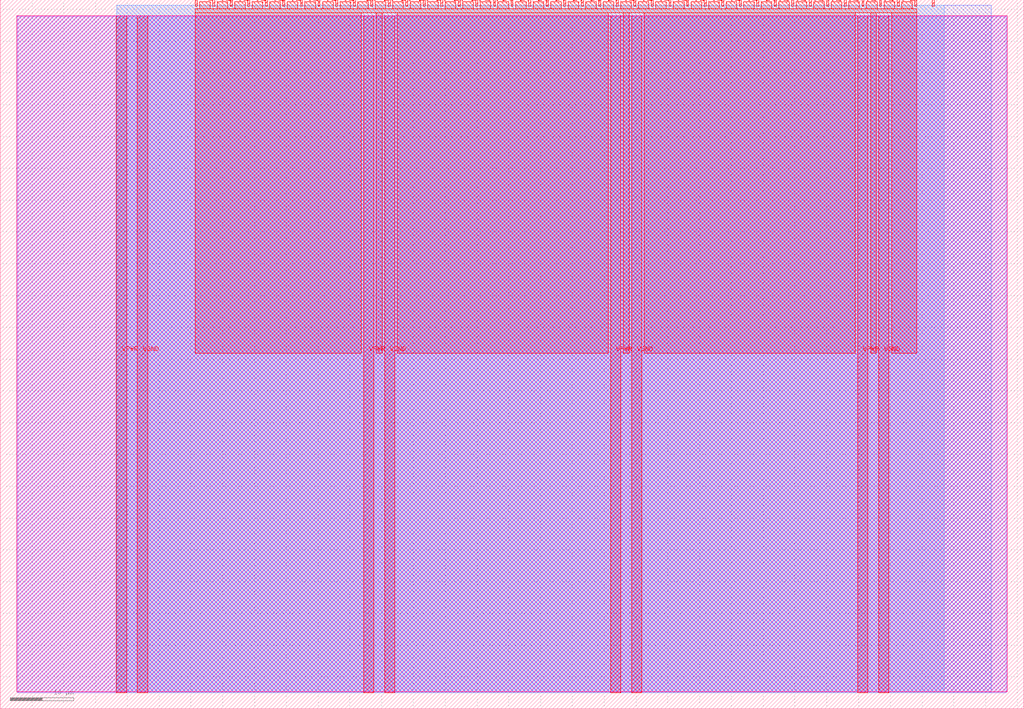
<source format=lef>
VERSION 5.7 ;
  NOWIREEXTENSIONATPIN ON ;
  DIVIDERCHAR "/" ;
  BUSBITCHARS "[]" ;
MACRO tt_um_obriensp_jtag
  CLASS BLOCK ;
  FOREIGN tt_um_obriensp_jtag ;
  ORIGIN 0.000 0.000 ;
  SIZE 161.000 BY 111.520 ;
  PIN VGND
    DIRECTION INOUT ;
    USE GROUND ;
    PORT
      LAYER met4 ;
        RECT 21.580 2.480 23.180 109.040 ;
    END
    PORT
      LAYER met4 ;
        RECT 60.450 2.480 62.050 109.040 ;
    END
    PORT
      LAYER met4 ;
        RECT 99.320 2.480 100.920 109.040 ;
    END
    PORT
      LAYER met4 ;
        RECT 138.190 2.480 139.790 109.040 ;
    END
  END VGND
  PIN VPWR
    DIRECTION INOUT ;
    USE POWER ;
    PORT
      LAYER met4 ;
        RECT 18.280 2.480 19.880 109.040 ;
    END
    PORT
      LAYER met4 ;
        RECT 57.150 2.480 58.750 109.040 ;
    END
    PORT
      LAYER met4 ;
        RECT 96.020 2.480 97.620 109.040 ;
    END
    PORT
      LAYER met4 ;
        RECT 134.890 2.480 136.490 109.040 ;
    END
  END VPWR
  PIN clk
    DIRECTION INPUT ;
    USE SIGNAL ;
    ANTENNAGATEAREA 0.852000 ;
    PORT
      LAYER met4 ;
        RECT 143.830 110.520 144.130 111.520 ;
    END
  END clk
  PIN ena
    DIRECTION INPUT ;
    USE SIGNAL ;
    PORT
      LAYER met4 ;
        RECT 146.590 110.520 146.890 111.520 ;
    END
  END ena
  PIN rst_n
    DIRECTION INPUT ;
    USE SIGNAL ;
    ANTENNAGATEAREA 0.196500 ;
    PORT
      LAYER met4 ;
        RECT 141.070 110.520 141.370 111.520 ;
    END
  END rst_n
  PIN ui_in[0]
    DIRECTION INPUT ;
    USE SIGNAL ;
    ANTENNAGATEAREA 0.196500 ;
    PORT
      LAYER met4 ;
        RECT 138.310 110.520 138.610 111.520 ;
    END
  END ui_in[0]
  PIN ui_in[1]
    DIRECTION INPUT ;
    USE SIGNAL ;
    ANTENNAGATEAREA 0.196500 ;
    PORT
      LAYER met4 ;
        RECT 135.550 110.520 135.850 111.520 ;
    END
  END ui_in[1]
  PIN ui_in[2]
    DIRECTION INPUT ;
    USE SIGNAL ;
    ANTENNAGATEAREA 0.196500 ;
    PORT
      LAYER met4 ;
        RECT 132.790 110.520 133.090 111.520 ;
    END
  END ui_in[2]
  PIN ui_in[3]
    DIRECTION INPUT ;
    USE SIGNAL ;
    ANTENNAGATEAREA 0.196500 ;
    PORT
      LAYER met4 ;
        RECT 130.030 110.520 130.330 111.520 ;
    END
  END ui_in[3]
  PIN ui_in[4]
    DIRECTION INPUT ;
    USE SIGNAL ;
    ANTENNAGATEAREA 0.196500 ;
    PORT
      LAYER met4 ;
        RECT 127.270 110.520 127.570 111.520 ;
    END
  END ui_in[4]
  PIN ui_in[5]
    DIRECTION INPUT ;
    USE SIGNAL ;
    ANTENNAGATEAREA 0.196500 ;
    PORT
      LAYER met4 ;
        RECT 124.510 110.520 124.810 111.520 ;
    END
  END ui_in[5]
  PIN ui_in[6]
    DIRECTION INPUT ;
    USE SIGNAL ;
    ANTENNAGATEAREA 0.196500 ;
    PORT
      LAYER met4 ;
        RECT 121.750 110.520 122.050 111.520 ;
    END
  END ui_in[6]
  PIN ui_in[7]
    DIRECTION INPUT ;
    USE SIGNAL ;
    ANTENNAGATEAREA 0.196500 ;
    PORT
      LAYER met4 ;
        RECT 118.990 110.520 119.290 111.520 ;
    END
  END ui_in[7]
  PIN uio_in[0]
    DIRECTION INPUT ;
    USE SIGNAL ;
    ANTENNAGATEAREA 0.196500 ;
    PORT
      LAYER met4 ;
        RECT 116.230 110.520 116.530 111.520 ;
    END
  END uio_in[0]
  PIN uio_in[1]
    DIRECTION INPUT ;
    USE SIGNAL ;
    ANTENNAGATEAREA 0.196500 ;
    PORT
      LAYER met4 ;
        RECT 113.470 110.520 113.770 111.520 ;
    END
  END uio_in[1]
  PIN uio_in[2]
    DIRECTION INPUT ;
    USE SIGNAL ;
    ANTENNAGATEAREA 0.196500 ;
    PORT
      LAYER met4 ;
        RECT 110.710 110.520 111.010 111.520 ;
    END
  END uio_in[2]
  PIN uio_in[3]
    DIRECTION INPUT ;
    USE SIGNAL ;
    ANTENNAGATEAREA 0.196500 ;
    PORT
      LAYER met4 ;
        RECT 107.950 110.520 108.250 111.520 ;
    END
  END uio_in[3]
  PIN uio_in[4]
    DIRECTION INPUT ;
    USE SIGNAL ;
    ANTENNAGATEAREA 0.852000 ;
    PORT
      LAYER met4 ;
        RECT 105.190 110.520 105.490 111.520 ;
    END
  END uio_in[4]
  PIN uio_in[5]
    DIRECTION INPUT ;
    USE SIGNAL ;
    ANTENNAGATEAREA 0.159000 ;
    PORT
      LAYER met4 ;
        RECT 102.430 110.520 102.730 111.520 ;
    END
  END uio_in[5]
  PIN uio_in[6]
    DIRECTION INPUT ;
    USE SIGNAL ;
    ANTENNAGATEAREA 0.213000 ;
    PORT
      LAYER met4 ;
        RECT 99.670 110.520 99.970 111.520 ;
    END
  END uio_in[6]
  PIN uio_in[7]
    DIRECTION INPUT ;
    USE SIGNAL ;
    PORT
      LAYER met4 ;
        RECT 96.910 110.520 97.210 111.520 ;
    END
  END uio_in[7]
  PIN uio_oe[0]
    DIRECTION OUTPUT ;
    USE SIGNAL ;
    ANTENNADIFFAREA 0.643500 ;
    PORT
      LAYER met4 ;
        RECT 49.990 110.520 50.290 111.520 ;
    END
  END uio_oe[0]
  PIN uio_oe[1]
    DIRECTION OUTPUT ;
    USE SIGNAL ;
    ANTENNADIFFAREA 0.643500 ;
    PORT
      LAYER met4 ;
        RECT 47.230 110.520 47.530 111.520 ;
    END
  END uio_oe[1]
  PIN uio_oe[2]
    DIRECTION OUTPUT ;
    USE SIGNAL ;
    ANTENNADIFFAREA 0.643500 ;
    PORT
      LAYER met4 ;
        RECT 44.470 110.520 44.770 111.520 ;
    END
  END uio_oe[2]
  PIN uio_oe[3]
    DIRECTION OUTPUT ;
    USE SIGNAL ;
    ANTENNADIFFAREA 0.643500 ;
    PORT
      LAYER met4 ;
        RECT 41.710 110.520 42.010 111.520 ;
    END
  END uio_oe[3]
  PIN uio_oe[4]
    DIRECTION OUTPUT ;
    USE SIGNAL ;
    PORT
      LAYER met4 ;
        RECT 38.950 110.520 39.250 111.520 ;
    END
  END uio_oe[4]
  PIN uio_oe[5]
    DIRECTION OUTPUT ;
    USE SIGNAL ;
    PORT
      LAYER met4 ;
        RECT 36.190 110.520 36.490 111.520 ;
    END
  END uio_oe[5]
  PIN uio_oe[6]
    DIRECTION OUTPUT ;
    USE SIGNAL ;
    PORT
      LAYER met4 ;
        RECT 33.430 110.520 33.730 111.520 ;
    END
  END uio_oe[6]
  PIN uio_oe[7]
    DIRECTION OUTPUT ;
    USE SIGNAL ;
    ANTENNADIFFAREA 0.795200 ;
    PORT
      LAYER met4 ;
        RECT 30.670 110.520 30.970 111.520 ;
    END
  END uio_oe[7]
  PIN uio_out[0]
    DIRECTION OUTPUT ;
    USE SIGNAL ;
    ANTENNADIFFAREA 0.643500 ;
    PORT
      LAYER met4 ;
        RECT 72.070 110.520 72.370 111.520 ;
    END
  END uio_out[0]
  PIN uio_out[1]
    DIRECTION OUTPUT ;
    USE SIGNAL ;
    ANTENNADIFFAREA 0.643500 ;
    PORT
      LAYER met4 ;
        RECT 69.310 110.520 69.610 111.520 ;
    END
  END uio_out[1]
  PIN uio_out[2]
    DIRECTION OUTPUT ;
    USE SIGNAL ;
    ANTENNADIFFAREA 0.643500 ;
    PORT
      LAYER met4 ;
        RECT 66.550 110.520 66.850 111.520 ;
    END
  END uio_out[2]
  PIN uio_out[3]
    DIRECTION OUTPUT ;
    USE SIGNAL ;
    ANTENNADIFFAREA 0.643500 ;
    PORT
      LAYER met4 ;
        RECT 63.790 110.520 64.090 111.520 ;
    END
  END uio_out[3]
  PIN uio_out[4]
    DIRECTION OUTPUT ;
    USE SIGNAL ;
    PORT
      LAYER met4 ;
        RECT 61.030 110.520 61.330 111.520 ;
    END
  END uio_out[4]
  PIN uio_out[5]
    DIRECTION OUTPUT ;
    USE SIGNAL ;
    PORT
      LAYER met4 ;
        RECT 58.270 110.520 58.570 111.520 ;
    END
  END uio_out[5]
  PIN uio_out[6]
    DIRECTION OUTPUT ;
    USE SIGNAL ;
    PORT
      LAYER met4 ;
        RECT 55.510 110.520 55.810 111.520 ;
    END
  END uio_out[6]
  PIN uio_out[7]
    DIRECTION OUTPUT ;
    USE SIGNAL ;
    ANTENNADIFFAREA 0.795200 ;
    PORT
      LAYER met4 ;
        RECT 52.750 110.520 53.050 111.520 ;
    END
  END uio_out[7]
  PIN uo_out[0]
    DIRECTION OUTPUT ;
    USE SIGNAL ;
    ANTENNADIFFAREA 0.891000 ;
    PORT
      LAYER met4 ;
        RECT 94.150 110.520 94.450 111.520 ;
    END
  END uo_out[0]
  PIN uo_out[1]
    DIRECTION OUTPUT ;
    USE SIGNAL ;
    ANTENNADIFFAREA 0.891000 ;
    PORT
      LAYER met4 ;
        RECT 91.390 110.520 91.690 111.520 ;
    END
  END uo_out[1]
  PIN uo_out[2]
    DIRECTION OUTPUT ;
    USE SIGNAL ;
    ANTENNADIFFAREA 0.891000 ;
    PORT
      LAYER met4 ;
        RECT 88.630 110.520 88.930 111.520 ;
    END
  END uo_out[2]
  PIN uo_out[3]
    DIRECTION OUTPUT ;
    USE SIGNAL ;
    ANTENNADIFFAREA 0.891000 ;
    PORT
      LAYER met4 ;
        RECT 85.870 110.520 86.170 111.520 ;
    END
  END uo_out[3]
  PIN uo_out[4]
    DIRECTION OUTPUT ;
    USE SIGNAL ;
    ANTENNADIFFAREA 0.891000 ;
    PORT
      LAYER met4 ;
        RECT 83.110 110.520 83.410 111.520 ;
    END
  END uo_out[4]
  PIN uo_out[5]
    DIRECTION OUTPUT ;
    USE SIGNAL ;
    ANTENNADIFFAREA 0.891000 ;
    PORT
      LAYER met4 ;
        RECT 80.350 110.520 80.650 111.520 ;
    END
  END uo_out[5]
  PIN uo_out[6]
    DIRECTION OUTPUT ;
    USE SIGNAL ;
    ANTENNADIFFAREA 0.891000 ;
    PORT
      LAYER met4 ;
        RECT 77.590 110.520 77.890 111.520 ;
    END
  END uo_out[6]
  PIN uo_out[7]
    DIRECTION OUTPUT ;
    USE SIGNAL ;
    ANTENNADIFFAREA 0.643500 ;
    PORT
      LAYER met4 ;
        RECT 74.830 110.520 75.130 111.520 ;
    END
  END uo_out[7]
  OBS
      LAYER nwell ;
        RECT 2.570 2.635 158.430 108.990 ;
      LAYER li1 ;
        RECT 2.760 2.635 158.240 108.885 ;
      LAYER met1 ;
        RECT 2.760 2.480 158.240 109.040 ;
      LAYER met2 ;
        RECT 18.310 2.535 155.840 110.685 ;
      LAYER met3 ;
        RECT 18.290 2.555 148.515 110.665 ;
      LAYER met4 ;
        RECT 31.370 110.120 33.030 111.170 ;
        RECT 34.130 110.120 35.790 111.170 ;
        RECT 36.890 110.120 38.550 111.170 ;
        RECT 39.650 110.120 41.310 111.170 ;
        RECT 42.410 110.120 44.070 111.170 ;
        RECT 45.170 110.120 46.830 111.170 ;
        RECT 47.930 110.120 49.590 111.170 ;
        RECT 50.690 110.120 52.350 111.170 ;
        RECT 53.450 110.120 55.110 111.170 ;
        RECT 56.210 110.120 57.870 111.170 ;
        RECT 58.970 110.120 60.630 111.170 ;
        RECT 61.730 110.120 63.390 111.170 ;
        RECT 64.490 110.120 66.150 111.170 ;
        RECT 67.250 110.120 68.910 111.170 ;
        RECT 70.010 110.120 71.670 111.170 ;
        RECT 72.770 110.120 74.430 111.170 ;
        RECT 75.530 110.120 77.190 111.170 ;
        RECT 78.290 110.120 79.950 111.170 ;
        RECT 81.050 110.120 82.710 111.170 ;
        RECT 83.810 110.120 85.470 111.170 ;
        RECT 86.570 110.120 88.230 111.170 ;
        RECT 89.330 110.120 90.990 111.170 ;
        RECT 92.090 110.120 93.750 111.170 ;
        RECT 94.850 110.120 96.510 111.170 ;
        RECT 97.610 110.120 99.270 111.170 ;
        RECT 100.370 110.120 102.030 111.170 ;
        RECT 103.130 110.120 104.790 111.170 ;
        RECT 105.890 110.120 107.550 111.170 ;
        RECT 108.650 110.120 110.310 111.170 ;
        RECT 111.410 110.120 113.070 111.170 ;
        RECT 114.170 110.120 115.830 111.170 ;
        RECT 116.930 110.120 118.590 111.170 ;
        RECT 119.690 110.120 121.350 111.170 ;
        RECT 122.450 110.120 124.110 111.170 ;
        RECT 125.210 110.120 126.870 111.170 ;
        RECT 127.970 110.120 129.630 111.170 ;
        RECT 130.730 110.120 132.390 111.170 ;
        RECT 133.490 110.120 135.150 111.170 ;
        RECT 136.250 110.120 137.910 111.170 ;
        RECT 139.010 110.120 140.670 111.170 ;
        RECT 141.770 110.120 143.430 111.170 ;
        RECT 30.655 109.440 144.145 110.120 ;
        RECT 30.655 55.935 56.750 109.440 ;
        RECT 59.150 55.935 60.050 109.440 ;
        RECT 62.450 55.935 95.620 109.440 ;
        RECT 98.020 55.935 98.920 109.440 ;
        RECT 101.320 55.935 134.490 109.440 ;
        RECT 136.890 55.935 137.790 109.440 ;
        RECT 140.190 55.935 144.145 109.440 ;
  END
END tt_um_obriensp_jtag
END LIBRARY


</source>
